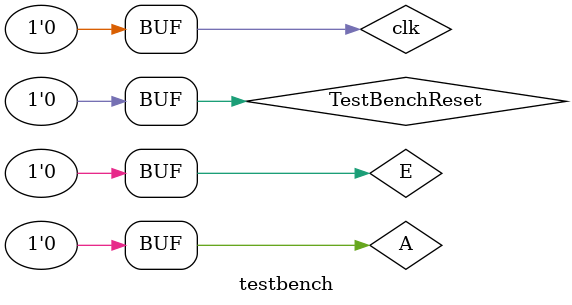
<source format=sv>


module testbench;
  parameter initA = 1;
  parameter initC = 1;

  logic clk, TestBenchReset, A, E;

  assign clk = 1'b0;

  assign A = 1'b0;
  assign E = 1'b0;

  initial begin
    TestBenchReset = 1;
    TestBenchReset = 0;
  end

  dut #(initA, initC) dut(.clk, .reset(TestBenchReset), .A, .E);

  logic B_tb, D_tb;

    always @(posedge clk)
    if (initA == 1) begin : A_logger
        B_tb = dut.A_blk.A_mod.int_AB; // This should be able to look into A_mod and find int_AB
        if (initC == 1) begin : C_logger
            D_tb = dut.A_blk.A_mod.C_blk.int_CD; // This should be able to look down hierarchically and find C_blk.
        end
    end

endmodule

</source>
